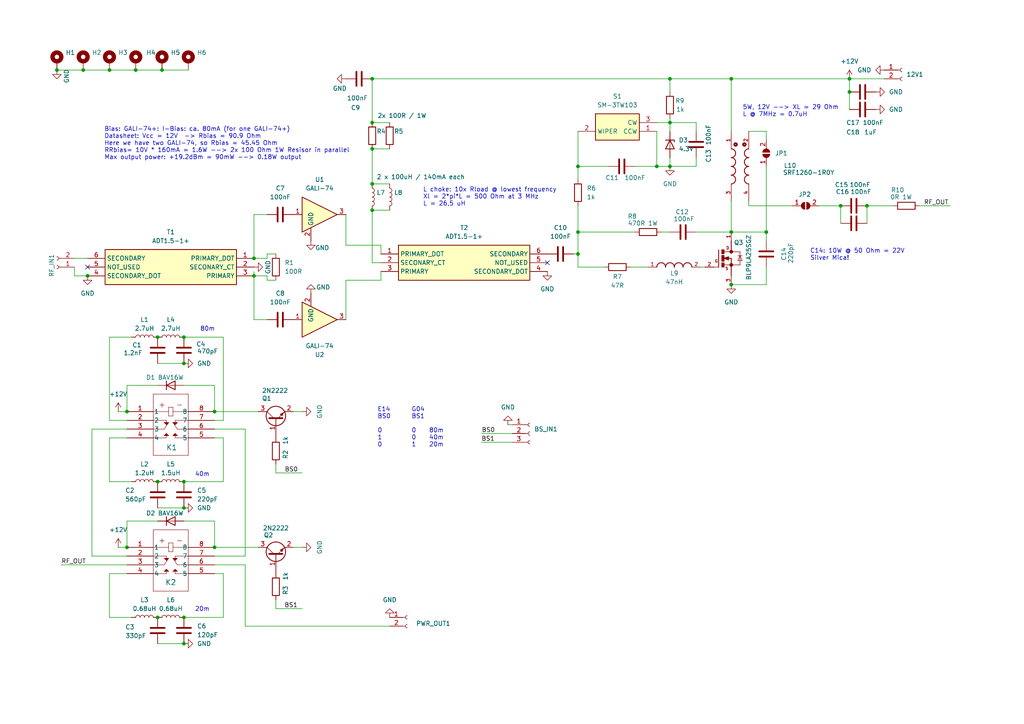
<source format=kicad_sch>
(kicad_sch (version 20231120) (generator "eeschema") (generator_version "8.0")
  (paper "A4")
  (title_block (title "Phasor Radio: 5W Power Amplifier") (date "2024-05-03") (rev "v1") (company "HB9GZE"))
  (lib_symbols
    (symbol "Connector:Conn_01x02_Socket" (pin_names (offset 1.016) hide)
      (property "Reference" "J" (at 0 2.54 0))
      (property "Value" "Conn_01x02_Socket" (at 0 -5.08 0))
      (symbol "Conn_01x02_Socket_1_1"
        (pin passive line (at -5.08 0 0) (length 3.81) (name "Pin_1") (number "1"))
        (pin passive line (at -5.08 -2.54 0) (length 3.81) (name "Pin_2") (number "2"))
      )
    )
    (symbol "Connector:Conn_01x03_Socket" (pin_names (offset 1.016) hide)
      (property "Reference" "J" (at 0 5.08 0))
      (property "Value" "Conn_01x03_Socket" (at 0 -5.08 0))
      (symbol "Conn_01x03_Socket_1_1"
        (pin passive line (at -5.08 2.54 0) (length 3.81) (name "Pin_1") (number "1"))
        (pin passive line (at -5.08 0 0) (length 3.81) (name "Pin_2") (number "2"))
        (pin passive line (at -5.08 -2.54 0) (length 3.81) (name "Pin_3") (number "3"))
      )
    )
    (symbol "Device:C" (pin_numbers hide) (pin_names (offset 0.254))
      (property "Reference" "C" (at 0.635 2.54 0))
      (property "Value" "C" (at 0.635 -2.54 0))
      (symbol "C_1_1"
        (pin passive line (at 0 3.81 270) (length 2.794) (name "~") (number "1"))
        (pin passive line (at 0 -3.81 90) (length 2.794) (name "~") (number "2"))
      )
    )
    (symbol "Device:D_Zener" (pin_numbers hide) (pin_names (offset 1.016) hide)
      (property "Reference" "D" (at 0 2.54 0))
      (property "Value" "D_Zener" (at 0 -2.54 0))
      (symbol "D_Zener_1_1"
        (pin passive line (at -3.81 0 0) (length 2.54) (name "K") (number "1"))
        (pin passive line (at 3.81 0 180) (length 2.54) (name "A") (number "2"))
      )
    )
    (symbol "Device:L" (pin_numbers hide) (pin_names (offset 1.016) hide)
      (property "Reference" "L" (at -1.27 0 90))
      (property "Value" "L" (at 1.905 0 90))
      (symbol "L_1_1"
        (pin passive line (at 0 3.81 270) (length 1.27) (name "1") (number "1"))
        (pin passive line (at 0 -3.81 90) (length 1.27) (name "2") (number "2"))
      )
    )
    (symbol "Device:R" (pin_numbers hide) (pin_names (offset 0))
      (property "Reference" "R" (at 2.032 0 90))
      (property "Value" "R" (at 0 0 90))
      (symbol "R_1_1"
        (pin passive line (at 0 3.81 270) (length 1.27) (name "~") (number "1"))
        (pin passive line (at 0 -3.81 90) (length 1.27) (name "~") (number "2"))
      )
    )
    (symbol "Diode:BAV16W" (pin_numbers hide) (pin_names hide)
      (property "Reference" "D" (at 0 2.54 0))
      (property "Value" "BAV16W" (at 0 -2.54 0))
      (symbol "BAV16W_1_1"
        (pin passive line (at -3.81 0 0) (length 2.54) (name "K") (number "1"))
        (pin passive line (at 3.81 0 180) (length 2.54) (name "A") (number "2"))
      )
    )
    (symbol "Jumper:SolderJumper_2_Open" (pin_names (offset 0) hide)
      (property "Reference" "JP" (at 0 2.032 0))
      (property "Value" "SolderJumper_2_Open" (at 0 -2.54 0))
      (symbol "SolderJumper_2_Open_1_1"
        (pin passive line (at -3.81 0 0) (length 2.54) (name "A") (number "1"))
        (pin passive line (at 3.81 0 180) (length 2.54) (name "B") (number "2"))
      )
    )
    (symbol "Mechanical:MountingHole_Pad" (pin_numbers hide) (pin_names (offset 1.016) hide)
      (property "Reference" "H" (at 0 6.35 0))
      (property "Value" "MountingHole_Pad" (at 0 4.445 0))
      (symbol "MountingHole_Pad_1_1"
        (pin input line (at 0 -2.54 90) (length 2.54) (name "1") (number "1"))
      )
    )
    (symbol "Private:ADT1.5-1+"
      (property "Reference" "T" (at 44.45 7.62 0))
      (property "Value" "ADT1.5-1+" (at 44.45 5.08 0))
      (symbol "ADT1.5-1+_1_1"
        (pin passive line (at 0 0 0) (length 5.08) (name "PRIMARY_DOT") (number "1"))
        (pin passive line (at 0 -2.54 0) (length 5.08) (name "SECONARY_CT") (number "2"))
        (pin passive line (at 0 -5.08 0) (length 5.08) (name "PRIMARY") (number "3"))
        (pin passive line (at 48.26 -5.08 180) (length 5.08) (name "SECONDARY_DOT") (number "4"))
        (pin passive line (at 48.26 -2.54 180) (length 5.08) (name "NOT_USED") (number "5"))
        (pin passive line (at 48.26 0 180) (length 5.08) (name "SECONDARY") (number "6"))
      )
    )
    (symbol "Private:BLP9LA25SGZ" (pin_names (offset 1.016))
      (property "Reference" "Q" (at 5.084 0 0))
      (property "Value" "BLP9LA25SGZ" (at 5.0952 -2.5476 0))
      (symbol "BLP9LA25SGZ_0_0"
        (text "D" (at -1.5286 2.5476 0) (effects (font (size 0.8152 0.8152)) (justify left bottom)))
        (text "G" (at -4.8376 -1.273 0) (effects (font (size 0.8147 0.8147)) (justify left bottom)))
        (text "S" (at -1.7824 -3.4374 0) (effects (font (size 0.8148 0.8148)) (justify left bottom)))
        (pin passive line (at 0 7.62 270) (length 2.54) (name "~") (number "1"))
        (pin passive line (at -7.62 -2.54 0) (length 2.54) (name "~") (number "2"))
        (pin passive line (at 0 -7.62 90) (length 2.54) (name "~") (number "3"))
      )
    )
    (symbol "Private:G6K-2F-Y_DC3" (pin_names (offset 0.254))
      (property "Reference" "K" (at 13.335 10.16 0))
      (property "Value" "G6K-2F-Y DC3" (at 20.32 7.62 0))
      (symbol "G6K-2F-Y_DC3_0_1"
        (pin unspecified line (at 0 0 0) (length 7.62) (name "1") (number "1"))
        (pin unspecified line (at 0 -2.54 0) (length 7.62) (name "2") (number "2"))
        (pin unspecified line (at 0 -5.08 0) (length 7.62) (name "3") (number "3"))
        (pin unspecified line (at 0 -7.62 0) (length 7.62) (name "4") (number "4"))
        (pin unspecified line (at 25.4 -7.62 180) (length 7.62) (name "5") (number "5"))
        (pin unspecified line (at 25.4 -5.08 180) (length 7.62) (name "6") (number "6"))
        (pin unspecified line (at 25.4 -2.54 180) (length 7.62) (name "7") (number "7"))
        (pin unspecified line (at 25.4 0 180) (length 7.62) (name "8") (number "8"))
      )
    )
    (symbol "Private:LQW2UAS47NF00L" (pin_names (offset 1.016))
      (property "Reference" "L" (at -7.62 5.08 0))
      (property "Value" "LQW2UAS47NF00L" (at -7.62 2.54 0))
      (symbol "LQW2UAS47NF00L_0_0"
        (pin passive line (at -7.62 0 0) (length 2.54) (name "~") (number "1"))
        (pin passive line (at 7.62 0 180) (length 2.54) (name "~") (number "2"))
      )
    )
    (symbol "Private:SM-3TW103"
      (property "Reference" "S" (at -5.588 9.652 0))
      (property "Value" "SM-3TW103" (at -5.588 7.112 0))
      (symbol "SM-3TW103_1_1"
        (pin passive line (at -11.43 2.54 0) (length 5.08) (name "CCW") (number "1"))
        (pin passive line (at 11.43 2.54 180) (length 5.08) (name "WIPER") (number "2"))
        (pin passive line (at -11.43 0 0) (length 5.08) (name "CW") (number "3"))
      )
    )
    (symbol "Private:SRF1260-1R0Y" (pin_names (offset 1.016))
      (property "Reference" "L" (at -7.6237 5.0825 0))
      (property "Value" "SRF1260-1R0Y" (at -7.6215 -7.6215 0))
      (symbol "SRF1260-1R0Y_0_0"
        (pin passive line (at -10.16 -2.54 0) (length 5.08) (name "~") (number "1"))
        (pin passive line (at -10.16 2.54 0) (length 5.08) (name "~") (number "2"))
        (pin passive line (at 10.16 -2.54 180) (length 5.08) (name "~") (number "3"))
        (pin passive line (at 10.16 2.54 180) (length 5.08) (name "~") (number "4"))
      )
    )
    (symbol "RF_Amplifier:GALI-74"
      (property "Reference" "U" (at -1.27 7.62 0))
      (property "Value" "GALI-74" (at 2.54 5.08 0))
      (symbol "GALI-74_1_1"
        (pin input line (at -7.62 0 0) (length 2.54) (name "~") (number "1"))
        (pin power_in line (at -2.54 -7.62 90) (length 3.81) (name "GND") (number "2"))
        (pin output line (at 7.62 0 180) (length 2.54) (name "~") (number "3"))
      )
    )
    (symbol "Transistor_BJT:BC848" (pin_names (offset 0) hide)
      (property "Reference" "Q" (at 5.08 1.905 0))
      (property "Value" "BC848" (at 5.08 0 0))
      (symbol "BC848_1_1"
        (pin input line (at -5.08 0 0) (length 5.715) (name "B") (number "1"))
        (pin passive line (at 2.54 -5.08 90) (length 2.54) (name "E") (number "2"))
        (pin passive line (at 2.54 5.08 270) (length 2.54) (name "C") (number "3"))
      )
    )
    (symbol "power:+5V" (power) (pin_numbers hide) (pin_names (offset 0) hide)
      (property "Value" "+5V" (at 0 3.556 0))
      (symbol "+5V_1_1"
        (pin power_in line (at 0 0 90) (length 0) (name "~") (number "1"))
      )
    )
    (symbol "power:GND" (power) (pin_numbers hide) (pin_names (offset 0) hide)
      (property "Value" "GND" (at 0 -3.81 0))
      (symbol "GND_1_1"
        (pin power_in line (at 0 0 270) (length 0) (name "~") (number "1"))
      )
    )
  )
  (junction (at 246.38 22.86))
  (junction (at 53.34 179.07))
  (junction (at 36.83 119.38))
  (junction (at 53.34 186.69))
  (junction (at 31.75 20.32))
  (junction (at 107.95 60.96))
  (junction (at 194.31 48.26))
  (junction (at 107.95 22.86))
  (junction (at 251.46 59.69))
  (junction (at 16.51 20.32))
  (junction (at 45.72 179.07))
  (junction (at 167.64 67.31))
  (junction (at 45.72 139.7))
  (junction (at 73.66 80.01))
  (junction (at 190.5 48.26))
  (junction (at 62.23 158.75))
  (junction (at 25.4 80.01))
  (junction (at 107.95 53.34))
  (junction (at 53.34 97.79))
  (junction (at 212.09 82.55))
  (junction (at 53.34 105.41))
  (junction (at 36.83 158.75))
  (junction (at 243.84 59.69))
  (junction (at 24.13 20.32))
  (junction (at 107.95 35.56))
  (junction (at 46.99 20.32))
  (junction (at 53.34 147.32))
  (junction (at 53.34 139.7))
  (junction (at 212.09 22.86))
  (junction (at 194.31 22.86))
  (junction (at 45.72 97.79))
  (junction (at 39.37 20.32))
  (junction (at 73.66 74.93))
  (junction (at 62.23 119.38))
  (junction (at 107.95 43.18))
  (junction (at 167.64 48.26))
  (junction (at 212.09 67.31))
  (junction (at 167.64 73.66))
  (junction (at 246.38 26.67))
  (junction (at 222.25 67.31))
  (junction (at 194.31 35.56))
  (no_connect (at 25.4 77.47))
  (no_connect (at 158.75 76.2))
  (wire (pts (xy 201.93 48.26) (xy 194.31 48.26)))
  (wire (pts (xy 31.75 127) (xy 36.83 127)))
  (wire (pts (xy 64.77 166.37) (xy 62.23 166.37)))
  (wire (pts (xy 167.64 77.47) (xy 167.64 73.66)))
  (wire (pts (xy 222.25 40.64) (xy 222.25 38.1)))
  (wire (pts (xy 80.01 137.16) (xy 87.63 137.16)))
  (wire (pts (xy 139.7 125.73) (xy 148.59 125.73)))
  (wire (pts (xy 167.64 77.47) (xy 175.26 77.47)))
  (wire (pts (xy 107.95 22.86) (xy 194.31 22.86)))
  (wire (pts (xy 45.72 186.69) (xy 53.34 186.69)))
  (wire (pts (xy 246.38 22.86) (xy 256.54 22.86)))
  (wire (pts (xy 147.32 123.19) (xy 148.59 123.19)))
  (wire (pts (xy 34.29 119.38) (xy 36.83 119.38)))
  (wire (pts (xy 107.95 22.86) (xy 107.95 35.56)))
  (wire (pts (xy 107.95 35.56) (xy 113.03 35.56)))
  (wire (pts (xy 71.12 161.29) (xy 62.23 161.29)))
  (wire (pts (xy 31.75 121.92) (xy 31.75 97.79)))
  (wire (pts (xy 64.77 139.7) (xy 64.77 127)))
  (wire (pts (xy 17.78 163.83) (xy 36.83 163.83)))
  (wire (pts (xy 36.83 121.92) (xy 31.75 121.92)))
  (wire (pts (xy 110.49 81.28) (xy 100.33 81.28)))
  (wire (pts (xy 62.23 124.46) (xy 71.12 124.46)))
  (wire (pts (xy 194.31 22.86) (xy 212.09 22.86)))
  (wire (pts (xy 31.75 179.07) (xy 38.1 179.07)))
  (wire (pts (xy 73.66 92.71) (xy 77.47 92.71)))
  (wire (pts (xy 31.75 166.37) (xy 31.75 179.07)))
  (wire (pts (xy 31.75 127) (xy 31.75 139.7)))
  (wire (pts (xy 36.83 161.29) (xy 26.67 161.29)))
  (wire (pts (xy 24.13 20.32) (xy 31.75 20.32)))
  (wire (pts (xy 212.09 67.31) (xy 222.25 67.31)))
  (wire (pts (xy 167.64 67.31) (xy 167.64 73.66)))
  (wire (pts (xy 34.29 158.75) (xy 36.83 158.75)))
  (wire (pts (xy 194.31 45.72) (xy 194.31 48.26)))
  (wire (pts (xy 26.67 124.46) (xy 36.83 124.46)))
  (wire (pts (xy 212.09 58.42) (xy 212.09 67.31)))
  (wire (pts (xy 62.23 111.76) (xy 53.34 111.76)))
  (wire (pts (xy 110.49 71.12) (xy 100.33 71.12)))
  (wire (pts (xy 201.93 35.56) (xy 194.31 35.56)))
  (wire (pts (xy 201.93 35.56) (xy 201.93 38.1)))
  (wire (pts (xy 53.34 139.7) (xy 64.77 139.7)))
  (wire (pts (xy 217.17 59.69) (xy 229.87 59.69)))
  (wire (pts (xy 167.64 48.26) (xy 167.64 52.07)))
  (wire (pts (xy 31.75 97.79) (xy 38.1 97.79)))
  (wire (pts (xy 190.5 38.1) (xy 190.5 48.26)))
  (wire (pts (xy 77.47 80.01) (xy 77.47 81.28)))
  (wire (pts (xy 107.95 43.18) (xy 107.95 53.34)))
  (wire (pts (xy 71.12 181.61) (xy 71.12 163.83)))
  (wire (pts (xy 73.66 92.71) (xy 73.66 80.01)))
  (wire (pts (xy 53.34 97.79) (xy 64.77 97.79)))
  (wire (pts (xy 62.23 121.92) (xy 64.77 121.92)))
  (wire (pts (xy 110.49 78.74) (xy 110.49 81.28)))
  (wire (pts (xy 191.77 67.31) (xy 194.31 67.31)))
  (wire (pts (xy 64.77 121.92) (xy 64.77 97.79)))
  (wire (pts (xy 194.31 35.56) (xy 194.31 38.1)))
  (wire (pts (xy 246.38 22.86) (xy 246.38 26.67)))
  (wire (pts (xy 243.84 59.69) (xy 243.84 64.77)))
  (wire (pts (xy 222.25 48.26) (xy 222.25 67.31)))
  (wire (pts (xy 36.83 111.76) (xy 45.72 111.76)))
  (wire (pts (xy 71.12 181.61) (xy 113.03 181.61)))
  (wire (pts (xy 53.34 179.07) (xy 64.77 179.07)))
  (wire (pts (xy 85.09 158.75) (xy 87.63 158.75)))
  (wire (pts (xy 201.93 45.72) (xy 201.93 48.26)))
  (wire (pts (xy 203.2 77.47) (xy 204.47 77.47)))
  (wire (pts (xy 62.23 151.13) (xy 53.34 151.13)))
  (wire (pts (xy 201.93 67.31) (xy 212.09 67.31)))
  (wire (pts (xy 222.25 77.47) (xy 222.25 82.55)))
  (wire (pts (xy 222.25 67.31) (xy 222.25 69.85)))
  (wire (pts (xy 217.17 58.42) (xy 217.17 59.69)))
  (wire (pts (xy 246.38 26.67) (xy 246.38 31.75)))
  (wire (pts (xy 45.72 105.41) (xy 53.34 105.41)))
  (wire (pts (xy 80.01 173.99) (xy 80.01 176.53)))
  (wire (pts (xy 62.23 151.13) (xy 62.23 158.75)))
  (wire (pts (xy 62.23 119.38) (xy 74.93 119.38)))
  (wire (pts (xy 36.83 119.38) (xy 36.83 111.76)))
  (wire (pts (xy 45.72 151.13) (xy 36.83 151.13)))
  (wire (pts (xy 167.64 59.69) (xy 167.64 67.31)))
  (wire (pts (xy 85.09 119.38) (xy 87.63 119.38)))
  (wire (pts (xy 107.95 60.96) (xy 107.95 76.2)))
  (wire (pts (xy 182.88 77.47) (xy 187.96 77.47)))
  (wire (pts (xy 64.77 166.37) (xy 64.77 179.07)))
  (wire (pts (xy 212.09 22.86) (xy 246.38 22.86)))
  (wire (pts (xy 77.47 74.93) (xy 77.47 73.66)))
  (wire (pts (xy 36.83 151.13) (xy 36.83 158.75)))
  (wire (pts (xy 184.15 48.26) (xy 190.5 48.26)))
  (wire (pts (xy 46.99 20.32) (xy 54.61 20.32)))
  (wire (pts (xy 74.93 158.75) (xy 62.23 158.75)))
  (wire (pts (xy 45.72 97.79) (xy 46.99 97.79)))
  (wire (pts (xy 73.66 78.74) (xy 73.66 80.01)))
  (wire (pts (xy 167.64 48.26) (xy 176.53 48.26)))
  (wire (pts (xy 77.47 62.23) (xy 73.66 62.23)))
  (wire (pts (xy 190.5 35.56) (xy 194.31 35.56)))
  (wire (pts (xy 16.51 20.32) (xy 24.13 20.32)))
  (wire (pts (xy 194.31 34.29) (xy 194.31 35.56)))
  (wire (pts (xy 139.7 128.27) (xy 148.59 128.27)))
  (wire (pts (xy 31.75 166.37) (xy 36.83 166.37)))
  (wire (pts (xy 73.66 62.23) (xy 73.66 74.93)))
  (wire (pts (xy 77.47 81.28) (xy 80.01 81.28)))
  (wire (pts (xy 31.75 20.32) (xy 39.37 20.32)))
  (wire (pts (xy 194.31 22.86) (xy 194.31 26.67)))
  (wire (pts (xy 21.59 80.01) (xy 21.59 77.47)))
  (wire (pts (xy 190.5 48.26) (xy 194.31 48.26)))
  (wire (pts (xy 107.95 76.2) (xy 110.49 76.2)))
  (wire (pts (xy 73.66 80.01) (xy 77.47 80.01)))
  (wire (pts (xy 107.95 53.34) (xy 113.03 53.34)))
  (wire (pts (xy 71.12 163.83) (xy 62.23 163.83)))
  (wire (pts (xy 21.59 74.93) (xy 25.4 74.93)))
  (wire (pts (xy 77.47 73.66) (xy 80.01 73.66)))
  (wire (pts (xy 266.7 59.69) (xy 275.59 59.69)))
  (wire (pts (xy 251.46 59.69) (xy 259.08 59.69)))
  (wire (pts (xy 73.66 74.93) (xy 77.47 74.93)))
  (wire (pts (xy 45.72 97.79) (xy 45.72 99.06)))
  (wire (pts (xy 26.67 124.46) (xy 26.67 161.29)))
  (wire (pts (xy 80.01 134.62) (xy 80.01 137.16)))
  (wire (pts (xy 110.49 71.12) (xy 110.49 73.66)))
  (wire (pts (xy 100.33 81.28) (xy 100.33 92.71)))
  (wire (pts (xy 251.46 59.69) (xy 251.46 64.77)))
  (wire (pts (xy 166.37 73.66) (xy 167.64 73.66)))
  (wire (pts (xy 222.25 38.1) (xy 217.17 38.1)))
  (wire (pts (xy 237.49 59.69) (xy 243.84 59.69)))
  (wire (pts (xy 80.01 176.53) (xy 87.63 176.53)))
  (wire (pts (xy 62.23 119.38) (xy 62.23 111.76)))
  (wire (pts (xy 71.12 124.46) (xy 71.12 161.29)))
  (wire (pts (xy 107.95 43.18) (xy 113.03 43.18)))
  (wire (pts (xy 25.4 80.01) (xy 21.59 80.01)))
  (wire (pts (xy 64.77 127) (xy 62.23 127)))
  (wire (pts (xy 100.33 71.12) (xy 100.33 62.23)))
  (wire (pts (xy 45.72 147.32) (xy 53.34 147.32)))
  (wire (pts (xy 39.37 20.32) (xy 46.99 20.32)))
  (wire (pts (xy 212.09 82.55) (xy 222.25 82.55)))
  (wire (pts (xy 38.1 139.7) (xy 31.75 139.7)))
  (wire (pts (xy 107.95 60.96) (xy 113.03 60.96)))
  (wire (pts (xy 212.09 22.86) (xy 212.09 38.1)))
  (wire (pts (xy 167.64 38.1) (xy 167.64 48.26)))
  (wire (pts (xy 167.64 67.31) (xy 184.15 67.31)))
  (text "40m" (at 58.674 137.668 0) (effects (font (size 1.27 1.27))))
  (text "20m" (at 58.674 176.784 0) (effects (font (size 1.27 1.27))))
  (text "L choke: 10x Rload @ lowest frequency\nXl = 2*pi*L = 500 Ohm at 3 MHz\nL = 26,5 uH" (at 122.682 57.15 0) (effects (font (size 1.27 1.27)) (justify left)))
  (text "80m" (at 60.198 95.504 0) (effects (font (size 1.27 1.27))))
  (text "5W, 12V --> XL = 29 Ohm\nL @ 7MHz = 0.7uH" (at 215.392 32.258 0) (effects (font (size 1.27 1.27)) (justify left)))
  (text "Bias: GALI-74+: I-Bias: ca. 80mA (for one GALI-74+)\nDatasheet: Vcc = 12V  -> Rbias = 90.9 Ohm\nHere we have two GALI-74, so Rbias = 45.45 Ohm\nRRbias= 10V * 160mA = 1.6W --> 2x 100 Ohm 1W Resisor in parallel\nMax output power: +19.2dBm = 90mW --> 0.18W output\n " (at 30.226 42.672 0) (effects (font (size 1.27 1.27)) (justify left)))
  (text "E14		G04\nBS0		BS1\n\n0		0	80m\n1		0	40m\n0		1	20m" (at 109.474 123.952 0) (effects (font (size 1.27 1.27)) (justify left)))
  (text "C14: 10W @ 50 Ohm = 22V\nSilver Mica!" (at 234.95 73.914 0) (effects (font (size 1.27 1.27)) (justify left)))
  (label "RF_OUT" (at 267.97 59.69 0))
  (label "BS0" (at 139.7 125.73 0))
  (label "BS0" (at 82.55 137.16 0))
  (label "RF_OUT" (at 17.78 163.83 0))
  (label "BS1" (at 143.51 128.27 180))
  (label "BS1" (at 86.36 176.53 180))
  (symbol (lib_id "Device:L") (at 113.03 57.15 0) (unit 1)
    (property "Reference" "L8" (at 114.3 55.8799 0) (effects (justify left)))
    (property "Value" "30uH / 200mA" (effects (hide yes)))
    (property "Footprint" "Inductor_SMD:L_0805_2012Metric_Pad1.15x1.40mm_HandSolder" (effects (hide yes)))
    (property "Description" "Inductor" (effects (hide yes)))
  )
  (symbol (lib_id "power:GND") (at 147.32 123.19 180) (unit 1)
    (property "Reference" "#PWR015" (effects (hide yes)))
    (property "Value" "GND" (at 147.32 118.11 0))
    (property "Description" "Power symbol creates a global label with name \"GND\" , ground" (effects (hide yes)))
  )
  (symbol (lib_id "Device:R") (at 80.01 170.18 180) (unit 1)
    (property "Reference" "R3" (at 82.804 171.196 90))
    (property "Value" "1k" (at 82.804 167.132 90))
    (property "Footprint" "Resistor_SMD:R_0805_2012Metric_Pad1.20x1.40mm_HandSolder" (effects (hide yes)))
  )
  (symbol (lib_id "power:GND") (at 254 31.75 90) (unit 1)
    (property "Reference" "#PWR021" (effects (hide yes)))
    (property "Value" "GND" (at 257.81 31.7499 90) (effects (justify right)))
    (property "Description" "Power symbol creates a global label with name \"GND\" , ground" (effects (hide yes)))
  )
  (symbol (lib_id "Device:C") (at 53.34 101.6 0) (unit 1)
    (property "Reference" "C4" (at 56.896 99.822 0) (effects (justify left)))
    (property "Value" "470pF" (at 57.15 101.854 0) (effects (justify left)))
    (property "Footprint" "Capacitor_SMD:C_0805_2012Metric_Pad1.18x1.45mm_HandSolder" (effects (hide yes)))
    (property "Description" "Unpolarized capacitor" (effects (hide yes)))
  )
  (symbol (lib_id "Device:C") (at 162.56 73.66 90) (unit 1)
    (property "Reference" "C10" (at 162.56 66.04 90))
    (property "Value" "100nF" (at 162.56 68.58 90))
    (property "Footprint" "Capacitor_SMD:C_0805_2012Metric_Pad1.18x1.45mm_HandSolder" (effects (hide yes)))
    (property "Description" "Unpolarized capacitor" (effects (hide yes)))
  )
  (symbol (lib_id "Device:C") (at 247.65 64.77 90) (unit 1)
    (property "Reference" "C16" (at 244.348 55.626 90))
    (property "Value" "100nF" (at 249.428 53.594 90))
    (property "Footprint" "Capacitor_SMD:C_0805_2012Metric_Pad1.18x1.45mm_HandSolder" (effects (hide yes)))
    (property "Description" "Unpolarized capacitor" (effects (hide yes)))
  )
  (symbol (lib_id "Transistor_BJT:BC848") (at 80.01 121.92 90) (unit 1)
    (property "Reference" "Q1" (at 78.74 115.57 90) (effects (justify left)))
    (property "Value" "2N2222" (at 83.566 113.284 90) (effects (justify left)))
    (property "Footprint" "Package_TO_SOT_SMD:SOT-23" (effects (hide yes)))
    (property "Datasheet" "http://www.infineon.com/dgdl/Infineon-BC847SERIES_BC848SERIES_BC849SERIES_BC850SERIES-DS-v01_01-en.pdf?fileId=db3a304314dca389011541d4630a1657" (effects (hide yes)))
    (property "Description" "0.1A Ic, 30V Vce, NPN Transistor, SOT-23" (effects (hide yes)))
  )
  (symbol (lib_id "power:GND") (at 53.34 147.32 90) (unit 1)
    (property "Reference" "#PWR06" (effects (hide yes)))
    (property "Value" "GND" (at 57.15 147.3199 90) (effects (justify right)))
  )
  (symbol (lib_id "Device:L") (at 49.53 179.07 90) (unit 1)
    (property "Reference" "L6" (at 49.53 173.99 90))
    (property "Value" "0.68uH" (at 49.53 176.53 90))
    (property "Footprint" "Private:L_Toroid_Vertical_L16.3mm_W7.1mm_P7.11mm_SMD" (effects (hide yes)))
    (property "Description" "Inductor" (effects (hide yes)))
  )
  (symbol (lib_id "power:GND") (at 73.66 77.47 90) (unit 1)
    (property "Reference" "#PWR08" (effects (hide yes)))
    (property "Value" "GND" (at 77.724 75.438 0) (effects (justify right)))
    (property "Description" "Power symbol creates a global label with name \"GND\" , ground" (effects (hide yes)))
  )
  (symbol (lib_id "power:GND") (at 256.54 20.32 270) (unit 1)
    (property "Reference" "#PWR022" (effects (hide yes)))
    (property "Value" "GND" (at 252.73 20.3199 90) (effects (justify right)))
    (property "Description" "Power symbol creates a global label with name \"GND\" , ground" (effects (hide yes)))
  )
  (symbol (lib_id "power:+5V") (at 246.38 22.86 0) (unit 1)
    (property "Reference" "#PWR019" (effects (hide yes)))
    (property "Value" "+12V" (at 246.38 17.78 0))
    (property "Description" "Power symbol creates a global label with name \"+5V\"" (effects (hide yes)))
  )
  (symbol (lib_id "Device:L") (at 41.91 179.07 90) (unit 1)
    (property "Reference" "L3" (at 41.91 173.99 90))
    (property "Value" "0.68uH" (at 41.91 176.53 90))
    (property "Footprint" "Private:L_Toroid_Vertical_L16.3mm_W7.1mm_P7.11mm_SMD" (effects (hide yes)))
    (property "Description" "Inductor" (effects (hide yes)))
  )
  (symbol (lib_id "Jumper:SolderJumper_2_Open") (at 233.68 59.69 0) (unit 1)
    (property "Reference" "JP2" (at 233.426 56.388 0))
    (property "Value" "SolderJumper_2_Open" (effects (hide yes)))
    (property "Footprint" "Jumper:SolderJumper-2_P1.3mm_Open_Pad1.0x1.5mm" (effects (hide yes)))
    (property "Description" "Solder Jumper, 2-pole, open" (effects (hide yes)))
  )
  (symbol (lib_id "power:GND") (at 87.63 158.75 90) (unit 1)
    (property "Reference" "#PWR010" (effects (hide yes)))
    (property "Value" "GND" (at 92.71 158.75 0))
  )
  (symbol (lib_id "power:+5V") (at 34.29 119.38 0) (unit 1)
    (property "Reference" "#PWR03" (effects (hide yes)))
    (property "Value" "+12V" (at 34.29 114.3 0))
    (property "Description" "Power symbol creates a global label with name \"+5V\"" (effects (hide yes)))
  )
  (symbol (lib_id "Private:SM-3TW103") (at 179.07 35.56 180) (unit 1)
    (property "Reference" "S1" (at 179.07 27.94 0))
    (property "Value" "SM-3TW103" (at 179.07 30.48 0))
    (property "Footprint" "Private:SM3TW103" (effects (hide yes)))
    (property "Datasheet" "https://www.mouser.it/datasheet/2/972/sm-3_26sm-31-1827210.pdf" (effects (hide yes)))
    (property "Description" "Trimmer Resistors - SMD 10 KW 3mm SMD multi turn J-lead, top adj., 11 turn" (effects (hide yes)))
    (property "Height" "4.5" (effects (hide yes)))
    (property "Manufacturer_Name" "NIDEC COPAL" (effects (hide yes)))
    (property "Manufacturer_Part_Number" "SM-3TW103" (effects (hide yes)))
    (property "Mouser Part Number" "229-SM-3TW103" (effects (hide yes)))
    (property "Mouser Price/Stock" "https://www.mouser.co.uk/ProductDetail/Nidec-Copal/SM-3TW103?qs=XeJtXLiO41Tm%252BxoFdvMvIw%3D%3D" (effects (hide yes)))
  )
  (symbol (lib_id "power:GND") (at 53.34 186.69 90) (unit 1)
    (property "Reference" "#PWR07" (effects (hide yes)))
    (property "Value" "GND" (at 57.15 186.6899 90) (effects (justify right)))
  )
  (symbol (lib_id "Device:L") (at 49.53 97.79 90) (unit 1)
    (property "Reference" "L4" (at 49.53 92.71 90))
    (property "Value" "2.7uH" (at 49.53 95.25 90))
    (property "Footprint" "Private:L_Toroid_Vertical_L16.3mm_W7.1mm_P7.11mm_SMD" (effects (hide yes)))
    (property "Description" "Inductor" (effects (hide yes)))
  )
  (symbol (lib_id "Device:C") (at 222.25 73.66 180) (unit 1)
    (property "Reference" "C14" (at 227.33 73.66 90))
    (property "Value" "220pF" (at 229.362 73.406 90))
    (property "Footprint" "Capacitor_SMD:C_2220_5750Metric_Pad1.97x5.40mm_HandSolder" (effects (hide yes)))
    (property "Description" "Unpolarized capacitor" (effects (hide yes)))
  )
  (symbol (lib_id "Device:R") (at 80.01 130.81 180) (unit 1)
    (property "Reference" "R2" (at 82.804 131.826 90))
    (property "Value" "1k" (at 82.804 127.762 90))
    (property "Footprint" "Resistor_SMD:R_0805_2012Metric_Pad1.20x1.40mm_HandSolder" (effects (hide yes)))
  )
  (symbol (lib_id "Connector:Conn_01x02_Socket") (at 118.11 179.07 0) (unit 1)
    (property "Reference" "PWR_OUT1" (at 120.65 180.848 0) (effects (justify left)))
    (property "Value" "Conn_01x02_Socket" (effects (hide yes)))
    (property "Footprint" "Private:PinHeader_1x02_P1.00mm_Vertical_SMD" (effects (hide yes)))
    (property "Description" "Generic connector, single row, 01x02, script generated" (effects (hide yes)))
  )
  (symbol (lib_id "Private:ADT1.5-1+") (at 73.66 74.93 0) (mirror y) (unit 1)
    (property "Reference" "T1" (at 49.53 67.31 0))
    (property "Value" "ADT1.5-1+" (at 49.53 69.85 0))
    (property "Footprint" "Private:ADT151" (effects (hide yes)))
    (property "Datasheet" "https://www.minicircuits.com/pdfs/ADT1.5-1.pdf" (effects (hide yes)))
    (property "Description" "Audio Transformers / Signal Transformers RF XFMR / SURF MOUNT / RoHS 50 0.5 to 650 MHz" (effects (hide yes)))
    (property "Height" "2.84" (effects (hide yes)))
    (property "Manufacturer_Name" "Mini-Circuits" (effects (hide yes)))
    (property "Manufacturer_Part_Number" "ADT1.5-1+" (effects (hide yes)))
    (property "Mouser Part Number" "139-ADT1.5-1" (effects (hide yes)))
    (property "Mouser Price/Stock" "https://www.mouser.co.uk/ProductDetail/Mini-Circuits/ADT1.5-1%2b?qs=xZ%2FP%252Ba9zWqaiA7HsYCvAPA%3D%3D" (effects (hide yes)))
  )
  (symbol (lib_id "Mechanical:MountingHole_Pad") (at 54.61 17.78 0) (unit 1)
    (property "Reference" "H6" (at 57.15 15.2399 0) (effects (justify left)))
    (property "Value" "MountingHole_Pad" (effects (hide yes)))
    (property "Footprint" "MountingHole:MountingHole_2.7mm_M2.5_DIN965_Pad_TopBottom" (effects (hide yes)))
    (property "Description" "Mounting Hole with connection" (effects (hide yes)))
  )
  (symbol (lib_id "Connector:Conn_01x03_Socket") (at 153.67 125.73 0) (unit 1)
    (property "Reference" "BS_IN1" (at 154.94 124.4599 0) (effects (justify left)))
    (property "Value" "Conn_01x03_Socket" (effects (hide yes)))
    (property "Footprint" "Private:PinHeader_1x03_P1.00mm_Vertical_SMD" (effects (hide yes)))
    (property "Description" "Generic connector, single row, 01x03, script generated" (effects (hide yes)))
  )
  (symbol (lib_id "power:GND") (at 53.34 105.41 90) (unit 1)
    (property "Reference" "#PWR05" (effects (hide yes)))
    (property "Value" "GND" (at 57.15 105.4099 90) (effects (justify right)))
  )
  (symbol (lib_id "Mechanical:MountingHole_Pad") (at 16.51 17.78 0) (unit 1)
    (property "Reference" "H1" (at 19.05 15.2399 0) (effects (justify left)))
    (property "Value" "MountingHole_Pad" (effects (hide yes)))
    (property "Footprint" "MountingHole:MountingHole_2.7mm_M2.5_DIN965_Pad_TopBottom" (effects (hide yes)))
    (property "Description" "Mounting Hole with connection" (effects (hide yes)))
  )
  (symbol (lib_id "Mechanical:MountingHole_Pad") (at 46.99 17.78 0) (unit 1)
    (property "Reference" "H5" (at 49.53 15.2399 0) (effects (justify left)))
    (property "Value" "MountingHole_Pad" (effects (hide yes)))
    (property "Footprint" "MountingHole:MountingHole_2.7mm_M2.5_DIN965_Pad_TopBottom" (effects (hide yes)))
    (property "Description" "Mounting Hole with connection" (effects (hide yes)))
  )
  (symbol (lib_id "Connector:Conn_01x02_Socket") (at 16.51 77.47 180) (unit 1)
    (property "Reference" "RF_IN1" (at 14.986 73.66 90) (effects (justify left)))
    (property "Value" "Conn_01x02_Socket" (effects (hide yes)))
    (property "Footprint" "Private:PinHeader_1x02_P1.00mm_Vertical_SMD" (effects (hide yes)))
    (property "Description" "Generic connector, single row, 01x02, script generated" (effects (hide yes)))
  )
  (symbol (lib_id "Device:C") (at 53.34 143.51 0) (unit 1)
    (property "Reference" "C5" (at 57.15 142.2399 0) (effects (justify left)))
    (property "Value" "220pF" (at 57.15 144.7799 0) (effects (justify left)))
    (property "Footprint" "Capacitor_SMD:C_0805_2012Metric_Pad1.18x1.45mm_HandSolder" (effects (hide yes)))
    (property "Description" "Unpolarized capacitor" (effects (hide yes)))
  )
  (symbol (lib_id "Jumper:SolderJumper_2_Open") (at 222.25 44.45 90) (unit 1)
    (property "Reference" "JP1" (at 224.79 44.4499 90) (effects (justify right)))
    (property "Value" "SolderJumper_2_Open" (effects (hide yes)))
    (property "Footprint" "Jumper:SolderJumper-2_P1.3mm_Open_Pad1.0x1.5mm" (effects (hide yes)))
    (property "Description" "Solder Jumper, 2-pole, open" (effects (hide yes)))
  )
  (symbol (lib_id "power:GND") (at 158.75 78.74 0) (unit 1)
    (property "Reference" "#PWR016" (effects (hide yes)))
    (property "Value" "GND" (at 158.75 83.82 0))
    (property "Description" "Power symbol creates a global label with name \"GND\" , ground" (effects (hide yes)))
  )
  (symbol (lib_id "Device:D_Zener") (at 194.31 41.91 270) (unit 1)
    (property "Reference" "D3" (at 196.85 40.6399 90) (effects (justify left)))
    (property "Value" "4.3V" (at 196.85 43.1799 90) (effects (justify left)))
    (property "Footprint" "Diode_SMD:D_SOD-123" (effects (hide yes)))
    (property "Description" "Zener diode" (effects (hide yes)))
  )
  (symbol (lib_id "Device:C") (at 81.28 92.71 90) (unit 1)
    (property "Reference" "C8" (at 81.28 85.09 90))
    (property "Value" "100nF" (at 81.28 87.63 90))
    (property "Footprint" "Capacitor_SMD:C_0805_2012Metric_Pad1.18x1.45mm_HandSolder" (effects (hide yes)))
    (property "Description" "Unpolarized capacitor" (effects (hide yes)))
  )
  (symbol (lib_id "Device:C") (at 45.72 101.6 0) (unit 1)
    (property "Reference" "C1" (at 38.354 100.076 0) (effects (justify left)))
    (property "Value" "1.2nF" (at 35.814 102.362 0) (effects (justify left)))
    (property "Footprint" "Capacitor_SMD:C_0805_2012Metric_Pad1.18x1.45mm_HandSolder" (effects (hide yes)))
    (property "Description" "Unpolarized capacitor" (effects (hide yes)))
  )
  (symbol (lib_id "Device:L") (at 41.91 139.7 90) (unit 1)
    (property "Reference" "L2" (at 41.91 134.62 90))
    (property "Value" "1.2uH" (at 41.91 137.16 90))
    (property "Footprint" "Private:L_Toroid_Vertical_L16.3mm_W7.1mm_P7.11mm_SMD" (effects (hide yes)))
    (property "Description" "Inductor" (effects (hide yes)))
  )
  (symbol (lib_id "Diode:BAV16W") (at 49.53 151.13 0) (unit 1)
    (property "Reference" "D2" (at 43.688 148.844 0))
    (property "Value" "BAV16W" (at 49.53 148.844 0))
    (property "Footprint" "Diode_SMD:D_SOD-123" (effects (hide yes)))
    (property "Datasheet" "https://www.diodes.com/assets/Datasheets/ds30086.pdf" (effects (hide yes)))
    (property "Description" "75V 0.15A Fast Switching Diode, SOD-123" (effects (hide yes)))
    (property "Sim.Device" "D" (effects (hide yes)))
    (property "Sim.Pins" "1=K 2=A" (effects (hide yes)))
  )
  (symbol (lib_id "Device:C") (at 104.14 22.86 270) (unit 1)
    (property "Reference" "C9" (at 103.124 31.242 90))
    (property "Value" "100nF" (at 103.632 28.448 90))
    (property "Footprint" "Capacitor_SMD:C_0805_2012Metric_Pad1.18x1.45mm_HandSolder" (effects (hide yes)))
    (property "Description" "Unpolarized capacitor" (effects (hide yes)))
  )
  (symbol (lib_id "Device:R") (at 167.64 55.88 0) (unit 1)
    (property "Reference" "R6" (at 170.18 54.6099 0) (effects (justify left)))
    (property "Value" "1k" (at 170.18 57.1499 0) (effects (justify left)))
    (property "Footprint" "Resistor_SMD:R_0805_2012Metric_Pad1.20x1.40mm_HandSolder" (effects (hide yes)))
    (property "Description" "Resistor" (effects (hide yes)))
  )
  (symbol (lib_id "Private:BLP9LA25SGZ") (at 212.09 74.93 0) (unit 1)
    (property "Reference" "Q3" (at 212.852 70.358 0) (effects (justify left)))
    (property "Value" "BLP9LA25SGZ" (at 217.17 81.28 90) (effects (justify left)))
    (property "Footprint" "Private:BLP9LA25SGZ_SOT1483-1_TO270" (effects (hide yes)))
    (property "MF" "AMPLEON" (effects (hide yes)))
    (property "Package" "TO-270" (effects (hide yes)))
    (property "MP" "BLP9LA25SGZ" (effects (hide yes)))
  )
  (symbol (lib_id "Device:C") (at 45.72 143.51 0) (unit 1)
    (property "Reference" "C2" (at 36.322 142.24 0) (effects (justify left)))
    (property "Value" "560pF" (at 36.322 144.78 0) (effects (justify left)))
    (property "Footprint" "Capacitor_SMD:C_0805_2012Metric_Pad1.18x1.45mm_HandSolder" (effects (hide yes)))
    (property "Description" "Unpolarized capacitor" (effects (hide yes)))
  )
  (symbol (lib_id "Device:R") (at 194.31 30.48 0) (unit 1)
    (property "Reference" "R9" (at 195.834 29.21 0) (effects (justify left)))
    (property "Value" "1k" (at 196.088 31.75 0) (effects (justify left)))
    (property "Footprint" "Resistor_SMD:R_0805_2012Metric_Pad1.20x1.40mm_HandSolder" (effects (hide yes)))
    (property "Description" "Resistor" (effects (hide yes)))
  )
  (symbol (lib_id "Device:C") (at 198.12 67.31 90) (unit 1)
    (property "Reference" "C12" (at 197.866 61.468 90))
    (property "Value" "100nF" (at 198.374 63.5 90))
    (property "Footprint" "Capacitor_SMD:C_0805_2012Metric_Pad1.18x1.45mm_HandSolder" (effects (hide yes)))
    (property "Description" "Unpolarized capacitor" (effects (hide yes)))
  )
  (symbol (lib_id "Diode:BAV16W") (at 49.53 111.76 0) (unit 1)
    (property "Reference" "D1" (at 43.688 109.474 0))
    (property "Value" "BAV16W" (at 49.53 109.474 0))
    (property "Footprint" "Diode_SMD:D_SOD-123" (effects (hide yes)))
    (property "Datasheet" "https://www.diodes.com/assets/Datasheets/ds30086.pdf" (effects (hide yes)))
    (property "Description" "75V 0.15A Fast Switching Diode, SOD-123" (effects (hide yes)))
    (property "Sim.Device" "D" (effects (hide yes)))
    (property "Sim.Pins" "1=K 2=A" (effects (hide yes)))
  )
  (symbol (lib_id "Mechanical:MountingHole_Pad") (at 31.75 17.78 0) (unit 1)
    (property "Reference" "H3" (at 34.29 15.2399 0) (effects (justify left)))
    (property "Value" "MountingHole_Pad" (effects (hide yes)))
    (property "Footprint" "MountingHole:MountingHole_2.7mm_M2.5_DIN965_Pad_TopBottom" (effects (hide yes)))
    (property "Description" "Mounting Hole with connection" (effects (hide yes)))
  )
  (symbol (lib_id "Device:C") (at 53.34 182.88 0) (unit 1)
    (property "Reference" "C6" (at 57.15 181.6099 0) (effects (justify left)))
    (property "Value" "120pF" (at 57.15 184.1499 0) (effects (justify left)))
    (property "Footprint" "Capacitor_SMD:C_0805_2012Metric_Pad1.18x1.45mm_HandSolder" (effects (hide yes)))
    (property "Description" "Unpolarized capacitor" (effects (hide yes)))
  )
  (symbol (lib_id "power:GND") (at 90.17 85.09 0) (mirror x) (unit 1)
    (property "Reference" "#PWR012" (effects (hide yes)))
    (property "Value" "GND" (at 93.726 83.312 0))
    (property "Description" "Power symbol creates a global label with name \"GND\" , ground" (effects (hide yes)))
  )
  (symbol (lib_id "Private:G6K-2F-Y_DC3") (at 36.83 158.75 0) (unit 1)
    (property "Reference" "K2" (at 49.53 168.91 0) (effects (font (size 1.524 1.524))))
    (property "Value" "G6K-2F-Y DC3" (effects (hide yes)))
    (property "Footprint" "Private:G6K-2F-Y DC3_OMR" (effects (hide yes)))
    (property "Datasheet" "G6K-2F-Y DC3" (effects (hide yes)))
  )
  (symbol (lib_id "power:GND") (at 25.4 80.01 0) (unit 1)
    (property "Reference" "#PWR02" (effects (hide yes)))
    (property "Value" "GND" (at 25.4 85.09 0))
    (property "Description" "Power symbol creates a global label with name \"GND\" , ground" (effects (hide yes)))
  )
  (symbol (lib_id "Device:R") (at 107.95 39.37 0) (unit 1)
    (property "Reference" "R4" (at 109.22 38.1 0) (effects (justify left)))
    (property "Value" "2x 100R / 1W" (at 109.474 33.528 0) (effects (justify left)))
    (property "Footprint" "Resistor_SMD:R_2512_6332Metric_Pad1.40x3.35mm_HandSolder" (effects (hide yes)))
    (property "Description" "Resistor" (effects (hide yes)))
  )
  (symbol (lib_id "Device:R") (at 262.89 59.69 90) (unit 1)
    (property "Reference" "R10" (at 260.35 55.118 90))
    (property "Value" "0R 1W" (at 261.366 57.15 90))
    (property "Footprint" "Resistor_SMD:R_2512_6332Metric_Pad1.40x3.35mm_HandSolder" (effects (hide yes)))
    (property "Description" "Resistor" (effects (hide yes)))
  )
  (symbol (lib_id "Device:L") (at 107.95 57.15 0) (unit 1)
    (property "Reference" "L7" (at 109.22 55.8799 0) (effects (justify left)))
    (property "Value" "2 x 100uH / 140mA each" (at 109.22 51.308 0) (effects (justify left)))
    (property "Footprint" "Inductor_SMD:L_0805_2012Metric_Pad1.15x1.40mm_HandSolder" (effects (hide yes)))
    (property "Description" "Inductor" (effects (hide yes)))
  )
  (symbol (lib_id "Device:L") (at 41.91 97.79 90) (unit 1)
    (property "Reference" "L1" (at 41.91 92.71 90))
    (property "Value" "2.7uH" (at 41.91 95.25 90))
    (property "Footprint" "Private:L_Toroid_Vertical_L16.3mm_W7.1mm_P7.11mm_SMD" (effects (hide yes)))
    (property "Description" "Inductor" (effects (hide yes)))
  )
  (symbol (lib_id "Device:C") (at 250.19 26.67 270) (unit 1)
    (property "Reference" "C17" (at 247.396 35.56 90))
    (property "Value" "100nF" (at 253.238 35.56 90))
    (property "Footprint" "Capacitor_SMD:C_0805_2012Metric_Pad1.18x1.45mm_HandSolder" (effects (hide yes)))
    (property "Description" "Unpolarized capacitor" (effects (hide yes)))
  )
  (symbol (lib_id "Device:R") (at 187.96 67.31 90) (unit 1)
    (property "Reference" "R8" (at 183.388 62.738 90))
    (property "Value" "470R 1W" (at 186.436 64.77 90))
    (property "Footprint" "Resistor_SMD:R_2512_6332Metric_Pad1.40x3.35mm_HandSolder" (effects (hide yes)))
    (property "Description" "Resistor" (effects (hide yes)))
  )
  (symbol (lib_id "Device:R") (at 113.03 39.37 0) (unit 1)
    (property "Reference" "R5" (at 114.3 38.1 0) (effects (justify left)))
    (property "Value" "100R 1W" (effects (hide yes)))
    (property "Footprint" "Resistor_SMD:R_2512_6332Metric_Pad1.40x3.35mm_HandSolder" (effects (hide yes)))
    (property "Description" "Resistor" (effects (hide yes)))
  )
  (symbol (lib_id "Private:ADT1.5-1+") (at 110.49 73.66 0) (unit 1)
    (property "Reference" "T2" (at 134.62 66.04 0))
    (property "Value" "ADT1.5-1+" (at 134.62 68.58 0))
    (property "Footprint" "Private:ADT151" (effects (hide yes)))
    (property "Datasheet" "https://www.minicircuits.com/pdfs/ADT1.5-1.pdf" (effects (hide yes)))
    (property "Description" "Audio Transformers / Signal Transformers RF XFMR / SURF MOUNT / RoHS 50 0.5 to 650 MHz" (effects (hide yes)))
    (property "Height" "2.84" (effects (hide yes)))
    (property "Manufacturer_Name" "Mini-Circuits" (effects (hide yes)))
    (property "Manufacturer_Part_Number" "ADT1.5-1+" (effects (hide yes)))
    (property "Mouser Part Number" "139-ADT1.5-1" (effects (hide yes)))
    (property "Mouser Price/Stock" "https://www.mouser.co.uk/ProductDetail/Mini-Circuits/ADT1.5-1%2b?qs=xZ%2FP%252Ba9zWqaiA7HsYCvAPA%3D%3D" (effects (hide yes)))
  )
  (symbol (lib_id "Device:R") (at 179.07 77.47 90) (unit 1)
    (property "Reference" "R7" (at 179.07 80.264 90))
    (property "Value" "47R" (at 179.07 82.804 90))
    (property "Footprint" "Resistor_SMD:R_0805_2012Metric_Pad1.20x1.40mm_HandSolder" (effects (hide yes)))
    (property "Description" "Resistor" (effects (hide yes)))
  )
  (symbol (lib_id "power:GND") (at 90.17 69.85 0) (unit 1)
    (property "Reference" "#PWR011" (effects (hide yes)))
    (property "Value" "GND" (at 93.472 71.882 0))
    (property "Description" "Power symbol creates a global label with name \"GND\" , ground" (effects (hide yes)))
  )
  (symbol (lib_id "Private:SRF1260-1R0Y") (at 214.63 48.26 270) (unit 1)
    (property "Reference" "L10" (at 227.33 48.006 90) (effects (justify left)))
    (property "Value" "SRF1260-1R0Y" (at 227.076 50.038 90) (effects (justify left)))
    (property "Footprint" "Private:IND_SRF1260-1R0Y" (effects (hide yes)))
    (property "Description" "Shielded 2 Coil Inductor Array 40µH Inductance - Connected in Series 10µH Inductance - Connected in Parallel 24.6mOhm Max DC Resistance (DCR) - Parallel 5.35A Nonstandard" (effects (hide yes)))
    (property "DigiKey_Part_Number" "SRF1260-1R0YTR-ND" (effects (hide yes)))
    (property "MF" "Bourns" (effects (hide yes)))
    (property "MOUSER-PURCHASE-URL" "https://snapeda.com/shop?store=Mouser&id=576665" (effects (hide yes)))
    (property "PACKAGE" "Nonstandard Bourns" (effects (hide yes)))
    (property "PRICE" "None" (effects (hide yes)))
    (property "Package" "Nonstandard Bourns" (effects (hide yes)))
    (property "Check_prices" "https://www.snapeda.com/parts/SRF1260-1R0Y/Bourns/view-part/?ref=eda" (effects (hide yes)))
    (property "SnapEDA_Link" "https://www.snapeda.com/parts/SRF1260-1R0Y/Bourns/view-part/?ref=snap" (effects (hide yes)))
    (property "MP" "SRF1260-1R0Y" (effects (hide yes)))
    (property "DIGIKEY-PURCHASE-URL" "https://snapeda.com/shop?store=DigiKey&id=576665" (effects (hide yes)))
    (property "Description_1" "\nShielded 2 Coil Inductor Array 4 µH Inductance - Connected in Series 1 µH Inductance - Connected in Parallel 6.2mOhm Max DC Resistance (DCR) - Parallel 15 A Nonstandard\n" (effects (hide yes)))
    (property "AVAILABILITY" "Good" (effects (hide yes)))
    (property "Purchase-URL" "https://www.snapeda.com/api/url_track_click_mouser/?unipart_id=1547267&manufacturer=Bourns&part_name=SRF1260-1R0Y&search_term=None" (effects (hide yes)))
  )
  (symbol (lib_id "power:GND") (at 212.09 82.55 0) (unit 1)
    (property "Reference" "#PWR018" (effects (hide yes)))
    (property "Value" "GND" (at 212.09 87.63 0))
    (property "Description" "Power symbol creates a global label with name \"GND\" , ground" (effects (hide yes)))
  )
  (symbol (lib_id "Connector:Conn_01x02_Socket") (at 261.62 20.32 0) (unit 1)
    (property "Reference" "12V1" (at 262.89 21.5899 0) (effects (justify left)))
    (property "Value" "Conn_01x02_Socket" (effects (hide yes)))
    (property "Footprint" "Private:PinHeader_1x02_P1.00mm_Vertical_SMD" (effects (hide yes)))
    (property "Description" "Generic connector, single row, 01x02, script generated" (effects (hide yes)))
  )
  (symbol (lib_id "Device:C") (at 247.65 59.69 90) (unit 1)
    (property "Reference" "C15" (at 244.094 53.594 90))
    (property "Value" "100nF" (at 249.682 55.626 90))
    (property "Footprint" "Capacitor_SMD:C_0805_2012Metric_Pad1.18x1.45mm_HandSolder" (effects (hide yes)))
    (property "Description" "Unpolarized capacitor" (effects (hide yes)))
  )
  (symbol (lib_id "Device:C") (at 45.72 182.88 0) (unit 1)
    (property "Reference" "C3" (at 36.322 181.864 0) (effects (justify left)))
    (property "Value" "330pF" (at 36.322 184.404 0) (effects (justify left)))
    (property "Footprint" "Capacitor_SMD:C_0805_2012Metric_Pad1.18x1.45mm_HandSolder" (effects (hide yes)))
    (property "Description" "Unpolarized capacitor" (effects (hide yes)))
  )
  (symbol (lib_id "Mechanical:MountingHole_Pad") (at 24.13 17.78 0) (unit 1)
    (property "Reference" "H2" (at 26.67 15.2399 0) (effects (justify left)))
    (property "Value" "MountingHole_Pad" (effects (hide yes)))
    (property "Footprint" "MountingHole:MountingHole_2.7mm_M2.5_DIN965_Pad_TopBottom" (effects (hide yes)))
    (property "Description" "Mounting Hole with connection" (effects (hide yes)))
  )
  (symbol (lib_id "Device:C") (at 81.28 62.23 90) (unit 1)
    (property "Reference" "C7" (at 81.28 54.61 90))
    (property "Value" "100nF" (at 81.28 57.15 90))
    (property "Footprint" "Capacitor_SMD:C_0805_2012Metric_Pad1.18x1.45mm_HandSolder" (effects (hide yes)))
    (property "Description" "Unpolarized capacitor" (effects (hide yes)))
  )
  (symbol (lib_id "RF_Amplifier:GALI-74") (at 92.71 62.23 0) (unit 1)
    (property "Reference" "U1" (at 92.71 52.07 0))
    (property "Value" "GALI-74" (at 92.71 54.61 0))
    (property "Footprint" "Package_TO_SOT_SMD:SOT-89-3" (effects (hide yes)))
    (property "Datasheet" "https://www.minicircuits.com/pdfs/GALI-74+.pdf" (effects (hide yes)))
    (property "Description" "DC-1000MHz +21.8dB Low Noise Amplifier, SOT-89" (effects (hide yes)))
  )
  (symbol (lib_id "Private:LQW2UAS47NF00L") (at 195.58 77.47 0) (unit 1)
    (property "Reference" "L9" (at 195.58 79.248 0))
    (property "Value" "47nH" (at 195.58 81.788 0))
    (property "Footprint" "Private:INDC2624X203N" (effects (hide yes)))
  )
  (symbol (lib_id "Device:L") (at 49.53 139.7 90) (unit 1)
    (property "Reference" "L5" (at 49.53 134.62 90))
    (property "Value" "1.5uH" (at 49.53 137.16 90))
    (property "Footprint" "Private:L_Toroid_Vertical_L16.3mm_W7.1mm_P7.11mm_SMD" (effects (hide yes)))
    (property "Description" "Inductor" (effects (hide yes)))
  )
  (symbol (lib_id "Private:G6K-2F-Y_DC3") (at 36.83 119.38 0) (unit 1)
    (property "Reference" "K1" (at 49.784 129.794 0) (effects (font (size 1.524 1.524))))
    (property "Value" "G6K-2F-Y DC3" (effects (hide yes)))
    (property "Footprint" "Private:G6K-2F-Y DC3_OMR" (effects (hide yes)))
    (property "Datasheet" "G6K-2F-Y DC3" (effects (hide yes)))
  )
  (symbol (lib_id "Transistor_BJT:BC848") (at 80.01 161.29 90) (unit 1)
    (property "Reference" "Q2" (at 79.248 155.194 90) (effects (justify left)))
    (property "Value" "2N2222" (at 83.82 153.162 90) (effects (justify left)))
    (property "Footprint" "Package_TO_SOT_SMD:SOT-23" (effects (hide yes)))
    (property "Datasheet" "http://www.infineon.com/dgdl/Infineon-BC847SERIES_BC848SERIES_BC849SERIES_BC850SERIES-DS-v01_01-en.pdf?fileId=db3a304314dca389011541d4630a1657" (effects (hide yes)))
    (property "Description" "0.1A Ic, 30V Vce, NPN Transistor, SOT-23" (effects (hide yes)))
  )
  (symbol (lib_id "power:GND") (at 254 26.67 90) (unit 1)
    (property "Reference" "#PWR020" (effects (hide yes)))
    (property "Value" "GND" (at 257.81 26.6699 90) (effects (justify right)))
    (property "Description" "Power symbol creates a global label with name \"GND\" , ground" (effects (hide yes)))
  )
  (symbol (lib_id "power:GND") (at 100.33 22.86 270) (unit 1)
    (property "Reference" "#PWR013" (effects (hide yes)))
    (property "Value" "GND" (at 98.552 25.654 90))
    (property "Description" "Power symbol creates a global label with name \"GND\" , ground" (effects (hide yes)))
  )
  (symbol (lib_id "power:GND") (at 16.51 20.32 0) (unit 1)
    (property "Reference" "#PWR01" (effects (hide yes)))
    (property "Value" "GND" (at 19.304 22.098 90))
    (property "Description" "Power symbol creates a global label with name \"GND\" , ground" (effects (hide yes)))
  )
  (symbol (lib_id "Device:C") (at 180.34 48.26 90) (unit 1)
    (property "Reference" "C11" (at 177.546 51.562 90))
    (property "Value" "100nF" (at 184.15 51.562 90))
    (property "Footprint" "Capacitor_SMD:C_0805_2012Metric_Pad1.18x1.45mm_HandSolder" (effects (hide yes)))
    (property "Description" "Unpolarized capacitor" (effects (hide yes)))
  )
  (symbol (lib_id "power:GND") (at 87.63 119.38 90) (unit 1)
    (property "Reference" "#PWR09" (effects (hide yes)))
    (property "Value" "GND" (at 92.71 119.38 0))
  )
  (symbol (lib_id "RF_Amplifier:GALI-74") (at 92.71 92.71 0) (mirror x) (unit 1)
    (property "Reference" "U2" (at 92.71 102.87 0))
    (property "Value" "GALI-74" (at 92.71 100.33 0))
    (property "Footprint" "Package_TO_SOT_SMD:SOT-89-3" (effects (hide yes)))
    (property "Datasheet" "https://www.minicircuits.com/pdfs/GALI-74+.pdf" (effects (hide yes)))
    (property "Description" "DC-1000MHz +21.8dB Low Noise Amplifier, SOT-89" (effects (hide yes)))
  )
  (symbol (lib_id "power:GND") (at 113.03 179.07 180) (unit 1)
    (property "Reference" "#PWR014" (effects (hide yes)))
    (property "Value" "GND" (at 113.03 173.99 0))
  )
  (symbol (lib_id "Device:R") (at 80.01 77.47 0) (unit 1)
    (property "Reference" "R1" (at 82.55 76.1999 0) (effects (justify left)))
    (property "Value" "100R " (at 82.55 78.7399 0) (effects (justify left)))
    (property "Footprint" "Resistor_SMD:R_0805_2012Metric_Pad1.20x1.40mm_HandSolder" (effects (hide yes)))
    (property "Description" "Resistor" (effects (hide yes)))
  )
  (symbol (lib_id "power:GND") (at 194.31 48.26 0) (unit 1)
    (property "Reference" "#PWR017" (effects (hide yes)))
    (property "Value" "GND" (at 194.31 53.34 0))
    (property "Description" "Power symbol creates a global label with name \"GND\" , ground" (effects (hide yes)))
  )
  (symbol (lib_id "power:+5V") (at 34.29 158.75 0) (unit 1)
    (property "Reference" "#PWR04" (effects (hide yes)))
    (property "Value" "+12V" (at 34.29 153.67 0))
    (property "Description" "Power symbol creates a global label with name \"+5V\"" (effects (hide yes)))
  )
  (symbol (lib_id "Device:C") (at 201.93 41.91 180) (unit 1)
    (property "Reference" "C13" (at 205.486 45.212 90))
    (property "Value" "100nF" (at 205.486 39.116 90))
    (property "Footprint" "Capacitor_SMD:C_0805_2012Metric_Pad1.18x1.45mm_HandSolder" (effects (hide yes)))
    (property "Description" "Unpolarized capacitor" (effects (hide yes)))
  )
  (symbol (lib_id "Device:C") (at 250.19 31.75 270) (unit 1)
    (property "Reference" "C18" (at 247.396 38.354 90))
    (property "Value" "1uF" (at 252.476 38.354 90))
    (property "Footprint" "Capacitor_SMD:C_0805_2012Metric_Pad1.18x1.45mm_HandSolder" (effects (hide yes)))
    (property "Description" "Unpolarized capacitor" (effects (hide yes)))
  )
  (symbol (lib_id "Mechanical:MountingHole_Pad") (at 39.37 17.78 0) (unit 1)
    (property "Reference" "H4" (at 42.418 15.24 0) (effects (justify left)))
    (property "Value" "MountingHole_Pad" (effects (hide yes)))
    (property "Footprint" "MountingHole:MountingHole_2.7mm_M2.5_DIN965_Pad_TopBottom" (effects (hide yes)))
    (property "Description" "Mounting Hole with connection" (effects (hide yes)))
  )
)
</source>
